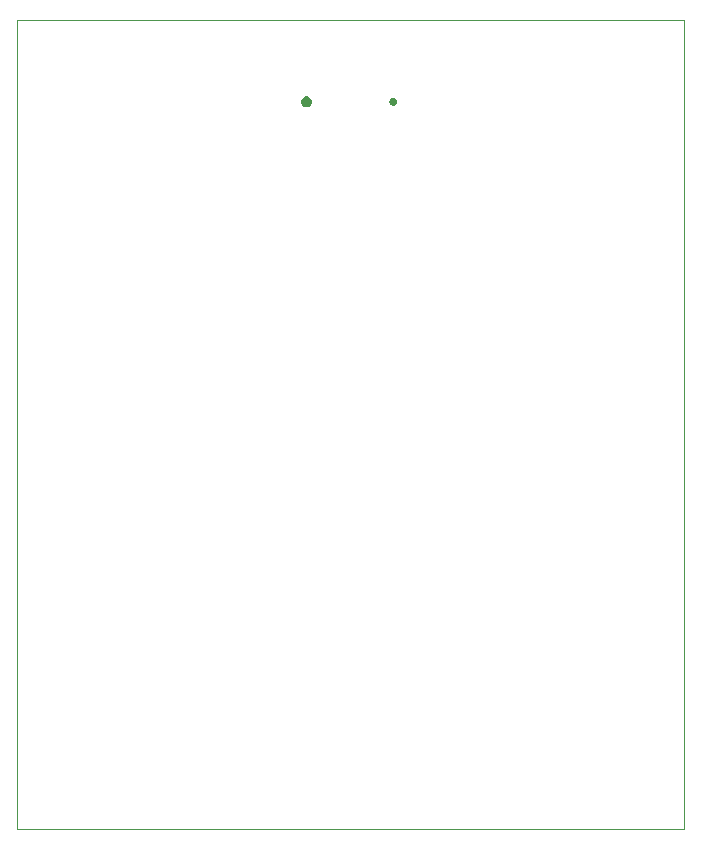
<source format=gm1>
%TF.GenerationSoftware,KiCad,Pcbnew,8.0.8*%
%TF.CreationDate,2025-02-13T21:53:56+01:00*%
%TF.ProjectId,macro33,6d616372-6f33-4332-9e6b-696361645f70,2*%
%TF.SameCoordinates,Original*%
%TF.FileFunction,Profile,NP*%
%FSLAX46Y46*%
G04 Gerber Fmt 4.6, Leading zero omitted, Abs format (unit mm)*
G04 Created by KiCad (PCBNEW 8.0.8) date 2025-02-13 21:53:56*
%MOMM*%
%LPD*%
G01*
G04 APERTURE LIST*
%TA.AperFunction,Profile*%
%ADD10C,0.050000*%
%TD*%
%TA.AperFunction,Profile*%
%ADD11C,0.000000*%
%TD*%
G04 APERTURE END LIST*
D10*
X53490000Y-64658000D02*
X109990000Y-64658000D01*
X109990000Y-133158000D01*
X53490000Y-133158000D01*
X53490000Y-64658000D01*
D11*
%TA.AperFunction,Profile*%
%TO.C,USBC1*%
G36*
X85512500Y-71266542D02*
G01*
X85598964Y-71339094D01*
X85655400Y-71436843D01*
X85675000Y-71548000D01*
X85655400Y-71659157D01*
X85598964Y-71756906D01*
X85512500Y-71829458D01*
X85406436Y-71868063D01*
X85293564Y-71868063D01*
X85187500Y-71829458D01*
X85101036Y-71756906D01*
X85044600Y-71659157D01*
X85025000Y-71548000D01*
X85044600Y-71436843D01*
X85101036Y-71339094D01*
X85187500Y-71266542D01*
X85293564Y-71227937D01*
X85406436Y-71227937D01*
X85512500Y-71266542D01*
G37*
%TD.AperFunction*%
%TA.AperFunction,Profile*%
G36*
X78197322Y-71115925D02*
G01*
X78311059Y-71189019D01*
X78399595Y-71291196D01*
X78455759Y-71414177D01*
X78475000Y-71548000D01*
X78455759Y-71681823D01*
X78399595Y-71804804D01*
X78311059Y-71906981D01*
X78197322Y-71980075D01*
X78067600Y-72018165D01*
X77932400Y-72018165D01*
X77802678Y-71980075D01*
X77688941Y-71906981D01*
X77600405Y-71804804D01*
X77544241Y-71681823D01*
X77525000Y-71548000D01*
X77544241Y-71414177D01*
X77600405Y-71291196D01*
X77688941Y-71189019D01*
X77802678Y-71115925D01*
X77932400Y-71077835D01*
X78067600Y-71077835D01*
X78197322Y-71115925D01*
G37*
%TD.AperFunction*%
%TD*%
M02*

</source>
